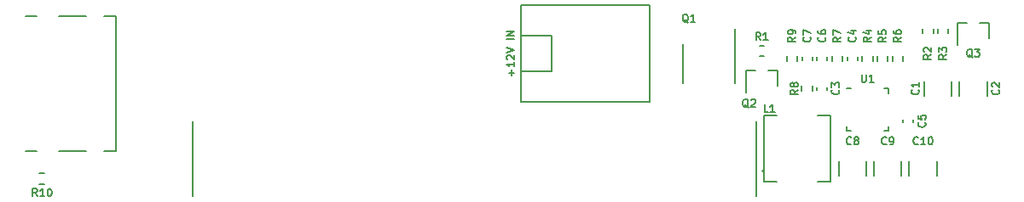
<source format=gbr>
%TF.GenerationSoftware,KiCad,Pcbnew,(5.1.10)-1*%
%TF.CreationDate,2021-08-10T11:15:44+01:00*%
%TF.ProjectId,ocu2pciex8,6f637532-7063-4696-9578-382e6b696361,rev?*%
%TF.SameCoordinates,Original*%
%TF.FileFunction,Legend,Top*%
%TF.FilePolarity,Positive*%
%FSLAX46Y46*%
G04 Gerber Fmt 4.6, Leading zero omitted, Abs format (unit mm)*
G04 Created by KiCad (PCBNEW (5.1.10)-1) date 2021-08-10 11:15:44*
%MOMM*%
%LPD*%
G01*
G04 APERTURE LIST*
%ADD10C,0.150000*%
%ADD11C,0.180000*%
%ADD12C,0.152400*%
G04 APERTURE END LIST*
D10*
%TO.C,J1*%
X91000000Y-55775000D02*
X92160000Y-55775000D01*
X91000000Y-69225000D02*
X92160000Y-69225000D01*
X94360000Y-55775000D02*
X97090000Y-55775000D01*
X94360000Y-69225000D02*
X97090000Y-69225000D01*
X100000000Y-55775000D02*
X98870000Y-55775000D01*
X100000000Y-69225000D02*
X100000000Y-55775000D01*
X98870000Y-69225000D02*
X100000000Y-69225000D01*
D11*
%TO.C,R10*%
X92912258Y-71477500D02*
X92437742Y-71477500D01*
X92912258Y-72522500D02*
X92437742Y-72522500D01*
%TO.C,U1*%
X176285000Y-63015000D02*
X176760000Y-63015000D01*
X176760000Y-63015000D02*
X176760000Y-63490000D01*
X173015000Y-67235000D02*
X172540000Y-67235000D01*
X172540000Y-67235000D02*
X172540000Y-66760000D01*
X176285000Y-67235000D02*
X176760000Y-67235000D01*
X176760000Y-67235000D02*
X176760000Y-66760000D01*
X173015000Y-63015000D02*
X172540000Y-63015000D01*
%TO.C,J3*%
X140250000Y-64300000D02*
X140250000Y-54700000D01*
X153050000Y-64300000D02*
X140250000Y-64300000D01*
X153050000Y-54700000D02*
X153050000Y-64300000D01*
X140250000Y-54700000D02*
X153050000Y-54700000D01*
X143250000Y-57750000D02*
X140250000Y-57750000D01*
X143250000Y-61250000D02*
X143250000Y-57750000D01*
X140250000Y-61250000D02*
X143250000Y-61250000D01*
%TO.C,R9*%
X167672500Y-60237258D02*
X167672500Y-59762742D01*
X166627500Y-60237258D02*
X166627500Y-59762742D01*
%TO.C,R8*%
X169172500Y-63237258D02*
X169172500Y-62762742D01*
X168127500Y-63237258D02*
X168127500Y-62762742D01*
%TO.C,R7*%
X172172500Y-60237258D02*
X172172500Y-59762742D01*
X171127500Y-60237258D02*
X171127500Y-59762742D01*
%TO.C,R6*%
X177127500Y-59762742D02*
X177127500Y-60237258D01*
X178172500Y-59762742D02*
X178172500Y-60237258D01*
%TO.C,R5*%
X176672500Y-60237258D02*
X176672500Y-59762742D01*
X175627500Y-60237258D02*
X175627500Y-59762742D01*
%TO.C,R4*%
X175172500Y-60237258D02*
X175172500Y-59762742D01*
X174127500Y-60237258D02*
X174127500Y-59762742D01*
%TO.C,R3*%
X181627500Y-57012742D02*
X181627500Y-57487258D01*
X182672500Y-57012742D02*
X182672500Y-57487258D01*
%TO.C,R2*%
X181172500Y-57487258D02*
X181172500Y-57012742D01*
X180127500Y-57487258D02*
X180127500Y-57012742D01*
%TO.C,R1*%
X163912742Y-59772500D02*
X164387258Y-59772500D01*
X163912742Y-58727500D02*
X164387258Y-58727500D01*
%TO.C,Q3*%
X186730000Y-56490000D02*
X186730000Y-57950000D01*
X183570000Y-56490000D02*
X183570000Y-58650000D01*
X183570000Y-56490000D02*
X184500000Y-56490000D01*
X186730000Y-56490000D02*
X185800000Y-56490000D01*
%TO.C,Q2*%
X165730000Y-61240000D02*
X165730000Y-62700000D01*
X162570000Y-61240000D02*
X162570000Y-63400000D01*
X162570000Y-61240000D02*
X163500000Y-61240000D01*
X165730000Y-61240000D02*
X164800000Y-61240000D01*
%TO.C,Q1*%
X161460000Y-60500000D02*
X161460000Y-57050000D01*
X161460000Y-60500000D02*
X161460000Y-62450000D01*
X156340000Y-60500000D02*
X156340000Y-58550000D01*
X156340000Y-60500000D02*
X156340000Y-62450000D01*
%TO.C,L1*%
X164375000Y-72275000D02*
X165635500Y-72275000D01*
X164375000Y-65725000D02*
X164375000Y-72275000D01*
X165635500Y-65725000D02*
X164375000Y-65725000D01*
X170925000Y-72275000D02*
X169664500Y-72275000D01*
X170925000Y-65725000D02*
X170925000Y-72275000D01*
X169664500Y-65725000D02*
X170925000Y-65725000D01*
%TO.C,J2*%
X107610000Y-66250000D02*
X107610000Y-73750000D01*
X163610000Y-66250000D02*
X163610000Y-73750000D01*
X164332540Y-71258000D02*
G75*
G03*
X164332540Y-71258000I-73540J0D01*
G01*
%TO.C,C8*%
X174510000Y-71711252D02*
X174510000Y-70288748D01*
X171790000Y-71711252D02*
X171790000Y-70288748D01*
%TO.C,C7*%
X168140000Y-59859420D02*
X168140000Y-60140580D01*
X169160000Y-59859420D02*
X169160000Y-60140580D01*
%TO.C,C10*%
X181510000Y-71711252D02*
X181510000Y-70288748D01*
X178790000Y-71711252D02*
X178790000Y-70288748D01*
%TO.C,C9*%
X178010000Y-71711252D02*
X178010000Y-70288748D01*
X175290000Y-71711252D02*
X175290000Y-70288748D01*
%TO.C,C6*%
X170660000Y-60140580D02*
X170660000Y-59859420D01*
X169640000Y-60140580D02*
X169640000Y-59859420D01*
%TO.C,C5*%
X178140000Y-66109420D02*
X178140000Y-66390580D01*
X179160000Y-66109420D02*
X179160000Y-66390580D01*
%TO.C,C4*%
X173660000Y-60140580D02*
X173660000Y-59859420D01*
X172640000Y-60140580D02*
X172640000Y-59859420D01*
%TO.C,C3*%
X169640000Y-62859420D02*
X169640000Y-63140580D01*
X170660000Y-62859420D02*
X170660000Y-63140580D01*
%TO.C,C2*%
X183790000Y-62288748D02*
X183790000Y-63711252D01*
X186510000Y-62288748D02*
X186510000Y-63711252D01*
%TO.C,C1*%
X180290000Y-62288748D02*
X180290000Y-63711252D01*
X183010000Y-62288748D02*
X183010000Y-63711252D01*
%TO.C,R10*%
D12*
X92185142Y-73744714D02*
X91931142Y-73381857D01*
X91749714Y-73744714D02*
X91749714Y-72982714D01*
X92040000Y-72982714D01*
X92112571Y-73019000D01*
X92148857Y-73055285D01*
X92185142Y-73127857D01*
X92185142Y-73236714D01*
X92148857Y-73309285D01*
X92112571Y-73345571D01*
X92040000Y-73381857D01*
X91749714Y-73381857D01*
X92910857Y-73744714D02*
X92475428Y-73744714D01*
X92693142Y-73744714D02*
X92693142Y-72982714D01*
X92620571Y-73091571D01*
X92548000Y-73164142D01*
X92475428Y-73200428D01*
X93382571Y-72982714D02*
X93455142Y-72982714D01*
X93527714Y-73019000D01*
X93564000Y-73055285D01*
X93600285Y-73127857D01*
X93636571Y-73273000D01*
X93636571Y-73454428D01*
X93600285Y-73599571D01*
X93564000Y-73672142D01*
X93527714Y-73708428D01*
X93455142Y-73744714D01*
X93382571Y-73744714D01*
X93310000Y-73708428D01*
X93273714Y-73672142D01*
X93237428Y-73599571D01*
X93201142Y-73454428D01*
X93201142Y-73273000D01*
X93237428Y-73127857D01*
X93273714Y-73055285D01*
X93310000Y-73019000D01*
X93382571Y-72982714D01*
%TO.C,U1*%
X174069428Y-61582714D02*
X174069428Y-62199571D01*
X174105714Y-62272142D01*
X174142000Y-62308428D01*
X174214571Y-62344714D01*
X174359714Y-62344714D01*
X174432285Y-62308428D01*
X174468571Y-62272142D01*
X174504857Y-62199571D01*
X174504857Y-61582714D01*
X175266857Y-62344714D02*
X174831428Y-62344714D01*
X175049142Y-62344714D02*
X175049142Y-61582714D01*
X174976571Y-61691571D01*
X174904000Y-61764142D01*
X174831428Y-61800428D01*
%TO.C,J3*%
X139304428Y-61713428D02*
X139304428Y-61132857D01*
X139594714Y-61423142D02*
X139014142Y-61423142D01*
X139594714Y-60370857D02*
X139594714Y-60806285D01*
X139594714Y-60588571D02*
X138832714Y-60588571D01*
X138941571Y-60661142D01*
X139014142Y-60733714D01*
X139050428Y-60806285D01*
X138905285Y-60080571D02*
X138869000Y-60044285D01*
X138832714Y-59971714D01*
X138832714Y-59790285D01*
X138869000Y-59717714D01*
X138905285Y-59681428D01*
X138977857Y-59645142D01*
X139050428Y-59645142D01*
X139159285Y-59681428D01*
X139594714Y-60116857D01*
X139594714Y-59645142D01*
X138832714Y-59427428D02*
X139594714Y-59173428D01*
X138832714Y-58919428D01*
X139594714Y-58084857D02*
X138832714Y-58084857D01*
X139594714Y-57722000D02*
X138832714Y-57722000D01*
X139594714Y-57286571D01*
X138832714Y-57286571D01*
%TO.C,R9*%
X167494714Y-57877000D02*
X167131857Y-58131000D01*
X167494714Y-58312428D02*
X166732714Y-58312428D01*
X166732714Y-58022142D01*
X166769000Y-57949571D01*
X166805285Y-57913285D01*
X166877857Y-57877000D01*
X166986714Y-57877000D01*
X167059285Y-57913285D01*
X167095571Y-57949571D01*
X167131857Y-58022142D01*
X167131857Y-58312428D01*
X167494714Y-57514142D02*
X167494714Y-57369000D01*
X167458428Y-57296428D01*
X167422142Y-57260142D01*
X167313285Y-57187571D01*
X167168142Y-57151285D01*
X166877857Y-57151285D01*
X166805285Y-57187571D01*
X166769000Y-57223857D01*
X166732714Y-57296428D01*
X166732714Y-57441571D01*
X166769000Y-57514142D01*
X166805285Y-57550428D01*
X166877857Y-57586714D01*
X167059285Y-57586714D01*
X167131857Y-57550428D01*
X167168142Y-57514142D01*
X167204428Y-57441571D01*
X167204428Y-57296428D01*
X167168142Y-57223857D01*
X167131857Y-57187571D01*
X167059285Y-57151285D01*
%TO.C,R8*%
X167744714Y-63127000D02*
X167381857Y-63381000D01*
X167744714Y-63562428D02*
X166982714Y-63562428D01*
X166982714Y-63272142D01*
X167019000Y-63199571D01*
X167055285Y-63163285D01*
X167127857Y-63127000D01*
X167236714Y-63127000D01*
X167309285Y-63163285D01*
X167345571Y-63199571D01*
X167381857Y-63272142D01*
X167381857Y-63562428D01*
X167309285Y-62691571D02*
X167273000Y-62764142D01*
X167236714Y-62800428D01*
X167164142Y-62836714D01*
X167127857Y-62836714D01*
X167055285Y-62800428D01*
X167019000Y-62764142D01*
X166982714Y-62691571D01*
X166982714Y-62546428D01*
X167019000Y-62473857D01*
X167055285Y-62437571D01*
X167127857Y-62401285D01*
X167164142Y-62401285D01*
X167236714Y-62437571D01*
X167273000Y-62473857D01*
X167309285Y-62546428D01*
X167309285Y-62691571D01*
X167345571Y-62764142D01*
X167381857Y-62800428D01*
X167454428Y-62836714D01*
X167599571Y-62836714D01*
X167672142Y-62800428D01*
X167708428Y-62764142D01*
X167744714Y-62691571D01*
X167744714Y-62546428D01*
X167708428Y-62473857D01*
X167672142Y-62437571D01*
X167599571Y-62401285D01*
X167454428Y-62401285D01*
X167381857Y-62437571D01*
X167345571Y-62473857D01*
X167309285Y-62546428D01*
%TO.C,R7*%
X171994714Y-57877000D02*
X171631857Y-58131000D01*
X171994714Y-58312428D02*
X171232714Y-58312428D01*
X171232714Y-58022142D01*
X171269000Y-57949571D01*
X171305285Y-57913285D01*
X171377857Y-57877000D01*
X171486714Y-57877000D01*
X171559285Y-57913285D01*
X171595571Y-57949571D01*
X171631857Y-58022142D01*
X171631857Y-58312428D01*
X171232714Y-57623000D02*
X171232714Y-57115000D01*
X171994714Y-57441571D01*
%TO.C,R6*%
X177994714Y-57877000D02*
X177631857Y-58131000D01*
X177994714Y-58312428D02*
X177232714Y-58312428D01*
X177232714Y-58022142D01*
X177269000Y-57949571D01*
X177305285Y-57913285D01*
X177377857Y-57877000D01*
X177486714Y-57877000D01*
X177559285Y-57913285D01*
X177595571Y-57949571D01*
X177631857Y-58022142D01*
X177631857Y-58312428D01*
X177232714Y-57223857D02*
X177232714Y-57369000D01*
X177269000Y-57441571D01*
X177305285Y-57477857D01*
X177414142Y-57550428D01*
X177559285Y-57586714D01*
X177849571Y-57586714D01*
X177922142Y-57550428D01*
X177958428Y-57514142D01*
X177994714Y-57441571D01*
X177994714Y-57296428D01*
X177958428Y-57223857D01*
X177922142Y-57187571D01*
X177849571Y-57151285D01*
X177668142Y-57151285D01*
X177595571Y-57187571D01*
X177559285Y-57223857D01*
X177523000Y-57296428D01*
X177523000Y-57441571D01*
X177559285Y-57514142D01*
X177595571Y-57550428D01*
X177668142Y-57586714D01*
%TO.C,R5*%
X176494714Y-57877000D02*
X176131857Y-58131000D01*
X176494714Y-58312428D02*
X175732714Y-58312428D01*
X175732714Y-58022142D01*
X175769000Y-57949571D01*
X175805285Y-57913285D01*
X175877857Y-57877000D01*
X175986714Y-57877000D01*
X176059285Y-57913285D01*
X176095571Y-57949571D01*
X176131857Y-58022142D01*
X176131857Y-58312428D01*
X175732714Y-57187571D02*
X175732714Y-57550428D01*
X176095571Y-57586714D01*
X176059285Y-57550428D01*
X176023000Y-57477857D01*
X176023000Y-57296428D01*
X176059285Y-57223857D01*
X176095571Y-57187571D01*
X176168142Y-57151285D01*
X176349571Y-57151285D01*
X176422142Y-57187571D01*
X176458428Y-57223857D01*
X176494714Y-57296428D01*
X176494714Y-57477857D01*
X176458428Y-57550428D01*
X176422142Y-57586714D01*
%TO.C,R4*%
X174994714Y-57877000D02*
X174631857Y-58131000D01*
X174994714Y-58312428D02*
X174232714Y-58312428D01*
X174232714Y-58022142D01*
X174269000Y-57949571D01*
X174305285Y-57913285D01*
X174377857Y-57877000D01*
X174486714Y-57877000D01*
X174559285Y-57913285D01*
X174595571Y-57949571D01*
X174631857Y-58022142D01*
X174631857Y-58312428D01*
X174486714Y-57223857D02*
X174994714Y-57223857D01*
X174196428Y-57405285D02*
X174740714Y-57586714D01*
X174740714Y-57115000D01*
%TO.C,R3*%
X182494714Y-59627000D02*
X182131857Y-59881000D01*
X182494714Y-60062428D02*
X181732714Y-60062428D01*
X181732714Y-59772142D01*
X181769000Y-59699571D01*
X181805285Y-59663285D01*
X181877857Y-59627000D01*
X181986714Y-59627000D01*
X182059285Y-59663285D01*
X182095571Y-59699571D01*
X182131857Y-59772142D01*
X182131857Y-60062428D01*
X181732714Y-59373000D02*
X181732714Y-58901285D01*
X182023000Y-59155285D01*
X182023000Y-59046428D01*
X182059285Y-58973857D01*
X182095571Y-58937571D01*
X182168142Y-58901285D01*
X182349571Y-58901285D01*
X182422142Y-58937571D01*
X182458428Y-58973857D01*
X182494714Y-59046428D01*
X182494714Y-59264142D01*
X182458428Y-59336714D01*
X182422142Y-59373000D01*
%TO.C,R2*%
X180994714Y-59627000D02*
X180631857Y-59881000D01*
X180994714Y-60062428D02*
X180232714Y-60062428D01*
X180232714Y-59772142D01*
X180269000Y-59699571D01*
X180305285Y-59663285D01*
X180377857Y-59627000D01*
X180486714Y-59627000D01*
X180559285Y-59663285D01*
X180595571Y-59699571D01*
X180631857Y-59772142D01*
X180631857Y-60062428D01*
X180305285Y-59336714D02*
X180269000Y-59300428D01*
X180232714Y-59227857D01*
X180232714Y-59046428D01*
X180269000Y-58973857D01*
X180305285Y-58937571D01*
X180377857Y-58901285D01*
X180450428Y-58901285D01*
X180559285Y-58937571D01*
X180994714Y-59373000D01*
X180994714Y-58901285D01*
%TO.C,R1*%
X164023000Y-58164714D02*
X163769000Y-57801857D01*
X163587571Y-58164714D02*
X163587571Y-57402714D01*
X163877857Y-57402714D01*
X163950428Y-57439000D01*
X163986714Y-57475285D01*
X164023000Y-57547857D01*
X164023000Y-57656714D01*
X163986714Y-57729285D01*
X163950428Y-57765571D01*
X163877857Y-57801857D01*
X163587571Y-57801857D01*
X164748714Y-58164714D02*
X164313285Y-58164714D01*
X164531000Y-58164714D02*
X164531000Y-57402714D01*
X164458428Y-57511571D01*
X164385857Y-57584142D01*
X164313285Y-57620428D01*
%TO.C,Q3*%
X185077428Y-59917285D02*
X185004857Y-59881000D01*
X184932285Y-59808428D01*
X184823428Y-59699571D01*
X184750857Y-59663285D01*
X184678285Y-59663285D01*
X184714571Y-59844714D02*
X184642000Y-59808428D01*
X184569428Y-59735857D01*
X184533142Y-59590714D01*
X184533142Y-59336714D01*
X184569428Y-59191571D01*
X184642000Y-59119000D01*
X184714571Y-59082714D01*
X184859714Y-59082714D01*
X184932285Y-59119000D01*
X185004857Y-59191571D01*
X185041142Y-59336714D01*
X185041142Y-59590714D01*
X185004857Y-59735857D01*
X184932285Y-59808428D01*
X184859714Y-59844714D01*
X184714571Y-59844714D01*
X185295142Y-59082714D02*
X185766857Y-59082714D01*
X185512857Y-59373000D01*
X185621714Y-59373000D01*
X185694285Y-59409285D01*
X185730571Y-59445571D01*
X185766857Y-59518142D01*
X185766857Y-59699571D01*
X185730571Y-59772142D01*
X185694285Y-59808428D01*
X185621714Y-59844714D01*
X185404000Y-59844714D01*
X185331428Y-59808428D01*
X185295142Y-59772142D01*
%TO.C,Q2*%
X162827428Y-64917285D02*
X162754857Y-64881000D01*
X162682285Y-64808428D01*
X162573428Y-64699571D01*
X162500857Y-64663285D01*
X162428285Y-64663285D01*
X162464571Y-64844714D02*
X162392000Y-64808428D01*
X162319428Y-64735857D01*
X162283142Y-64590714D01*
X162283142Y-64336714D01*
X162319428Y-64191571D01*
X162392000Y-64119000D01*
X162464571Y-64082714D01*
X162609714Y-64082714D01*
X162682285Y-64119000D01*
X162754857Y-64191571D01*
X162791142Y-64336714D01*
X162791142Y-64590714D01*
X162754857Y-64735857D01*
X162682285Y-64808428D01*
X162609714Y-64844714D01*
X162464571Y-64844714D01*
X163081428Y-64155285D02*
X163117714Y-64119000D01*
X163190285Y-64082714D01*
X163371714Y-64082714D01*
X163444285Y-64119000D01*
X163480571Y-64155285D01*
X163516857Y-64227857D01*
X163516857Y-64300428D01*
X163480571Y-64409285D01*
X163045142Y-64844714D01*
X163516857Y-64844714D01*
%TO.C,Q1*%
X156827428Y-56417285D02*
X156754857Y-56381000D01*
X156682285Y-56308428D01*
X156573428Y-56199571D01*
X156500857Y-56163285D01*
X156428285Y-56163285D01*
X156464571Y-56344714D02*
X156392000Y-56308428D01*
X156319428Y-56235857D01*
X156283142Y-56090714D01*
X156283142Y-55836714D01*
X156319428Y-55691571D01*
X156392000Y-55619000D01*
X156464571Y-55582714D01*
X156609714Y-55582714D01*
X156682285Y-55619000D01*
X156754857Y-55691571D01*
X156791142Y-55836714D01*
X156791142Y-56090714D01*
X156754857Y-56235857D01*
X156682285Y-56308428D01*
X156609714Y-56344714D01*
X156464571Y-56344714D01*
X157516857Y-56344714D02*
X157081428Y-56344714D01*
X157299142Y-56344714D02*
X157299142Y-55582714D01*
X157226571Y-55691571D01*
X157154000Y-55764142D01*
X157081428Y-55800428D01*
%TO.C,L1*%
X164773000Y-65344714D02*
X164410142Y-65344714D01*
X164410142Y-64582714D01*
X165426142Y-65344714D02*
X164990714Y-65344714D01*
X165208428Y-65344714D02*
X165208428Y-64582714D01*
X165135857Y-64691571D01*
X165063285Y-64764142D01*
X164990714Y-64800428D01*
%TO.C,C8*%
X173023000Y-68522142D02*
X172986714Y-68558428D01*
X172877857Y-68594714D01*
X172805285Y-68594714D01*
X172696428Y-68558428D01*
X172623857Y-68485857D01*
X172587571Y-68413285D01*
X172551285Y-68268142D01*
X172551285Y-68159285D01*
X172587571Y-68014142D01*
X172623857Y-67941571D01*
X172696428Y-67869000D01*
X172805285Y-67832714D01*
X172877857Y-67832714D01*
X172986714Y-67869000D01*
X173023000Y-67905285D01*
X173458428Y-68159285D02*
X173385857Y-68123000D01*
X173349571Y-68086714D01*
X173313285Y-68014142D01*
X173313285Y-67977857D01*
X173349571Y-67905285D01*
X173385857Y-67869000D01*
X173458428Y-67832714D01*
X173603571Y-67832714D01*
X173676142Y-67869000D01*
X173712428Y-67905285D01*
X173748714Y-67977857D01*
X173748714Y-68014142D01*
X173712428Y-68086714D01*
X173676142Y-68123000D01*
X173603571Y-68159285D01*
X173458428Y-68159285D01*
X173385857Y-68195571D01*
X173349571Y-68231857D01*
X173313285Y-68304428D01*
X173313285Y-68449571D01*
X173349571Y-68522142D01*
X173385857Y-68558428D01*
X173458428Y-68594714D01*
X173603571Y-68594714D01*
X173676142Y-68558428D01*
X173712428Y-68522142D01*
X173748714Y-68449571D01*
X173748714Y-68304428D01*
X173712428Y-68231857D01*
X173676142Y-68195571D01*
X173603571Y-68159285D01*
%TO.C,C7*%
X168922142Y-57877000D02*
X168958428Y-57913285D01*
X168994714Y-58022142D01*
X168994714Y-58094714D01*
X168958428Y-58203571D01*
X168885857Y-58276142D01*
X168813285Y-58312428D01*
X168668142Y-58348714D01*
X168559285Y-58348714D01*
X168414142Y-58312428D01*
X168341571Y-58276142D01*
X168269000Y-58203571D01*
X168232714Y-58094714D01*
X168232714Y-58022142D01*
X168269000Y-57913285D01*
X168305285Y-57877000D01*
X168232714Y-57623000D02*
X168232714Y-57115000D01*
X168994714Y-57441571D01*
%TO.C,C10*%
X179660142Y-68522142D02*
X179623857Y-68558428D01*
X179515000Y-68594714D01*
X179442428Y-68594714D01*
X179333571Y-68558428D01*
X179261000Y-68485857D01*
X179224714Y-68413285D01*
X179188428Y-68268142D01*
X179188428Y-68159285D01*
X179224714Y-68014142D01*
X179261000Y-67941571D01*
X179333571Y-67869000D01*
X179442428Y-67832714D01*
X179515000Y-67832714D01*
X179623857Y-67869000D01*
X179660142Y-67905285D01*
X180385857Y-68594714D02*
X179950428Y-68594714D01*
X180168142Y-68594714D02*
X180168142Y-67832714D01*
X180095571Y-67941571D01*
X180023000Y-68014142D01*
X179950428Y-68050428D01*
X180857571Y-67832714D02*
X180930142Y-67832714D01*
X181002714Y-67869000D01*
X181039000Y-67905285D01*
X181075285Y-67977857D01*
X181111571Y-68123000D01*
X181111571Y-68304428D01*
X181075285Y-68449571D01*
X181039000Y-68522142D01*
X181002714Y-68558428D01*
X180930142Y-68594714D01*
X180857571Y-68594714D01*
X180785000Y-68558428D01*
X180748714Y-68522142D01*
X180712428Y-68449571D01*
X180676142Y-68304428D01*
X180676142Y-68123000D01*
X180712428Y-67977857D01*
X180748714Y-67905285D01*
X180785000Y-67869000D01*
X180857571Y-67832714D01*
%TO.C,C9*%
X176523000Y-68522142D02*
X176486714Y-68558428D01*
X176377857Y-68594714D01*
X176305285Y-68594714D01*
X176196428Y-68558428D01*
X176123857Y-68485857D01*
X176087571Y-68413285D01*
X176051285Y-68268142D01*
X176051285Y-68159285D01*
X176087571Y-68014142D01*
X176123857Y-67941571D01*
X176196428Y-67869000D01*
X176305285Y-67832714D01*
X176377857Y-67832714D01*
X176486714Y-67869000D01*
X176523000Y-67905285D01*
X176885857Y-68594714D02*
X177031000Y-68594714D01*
X177103571Y-68558428D01*
X177139857Y-68522142D01*
X177212428Y-68413285D01*
X177248714Y-68268142D01*
X177248714Y-67977857D01*
X177212428Y-67905285D01*
X177176142Y-67869000D01*
X177103571Y-67832714D01*
X176958428Y-67832714D01*
X176885857Y-67869000D01*
X176849571Y-67905285D01*
X176813285Y-67977857D01*
X176813285Y-68159285D01*
X176849571Y-68231857D01*
X176885857Y-68268142D01*
X176958428Y-68304428D01*
X177103571Y-68304428D01*
X177176142Y-68268142D01*
X177212428Y-68231857D01*
X177248714Y-68159285D01*
%TO.C,C6*%
X170422142Y-57877000D02*
X170458428Y-57913285D01*
X170494714Y-58022142D01*
X170494714Y-58094714D01*
X170458428Y-58203571D01*
X170385857Y-58276142D01*
X170313285Y-58312428D01*
X170168142Y-58348714D01*
X170059285Y-58348714D01*
X169914142Y-58312428D01*
X169841571Y-58276142D01*
X169769000Y-58203571D01*
X169732714Y-58094714D01*
X169732714Y-58022142D01*
X169769000Y-57913285D01*
X169805285Y-57877000D01*
X169732714Y-57223857D02*
X169732714Y-57369000D01*
X169769000Y-57441571D01*
X169805285Y-57477857D01*
X169914142Y-57550428D01*
X170059285Y-57586714D01*
X170349571Y-57586714D01*
X170422142Y-57550428D01*
X170458428Y-57514142D01*
X170494714Y-57441571D01*
X170494714Y-57296428D01*
X170458428Y-57223857D01*
X170422142Y-57187571D01*
X170349571Y-57151285D01*
X170168142Y-57151285D01*
X170095571Y-57187571D01*
X170059285Y-57223857D01*
X170023000Y-57296428D01*
X170023000Y-57441571D01*
X170059285Y-57514142D01*
X170095571Y-57550428D01*
X170168142Y-57586714D01*
%TO.C,C5*%
X180352142Y-66377000D02*
X180388428Y-66413285D01*
X180424714Y-66522142D01*
X180424714Y-66594714D01*
X180388428Y-66703571D01*
X180315857Y-66776142D01*
X180243285Y-66812428D01*
X180098142Y-66848714D01*
X179989285Y-66848714D01*
X179844142Y-66812428D01*
X179771571Y-66776142D01*
X179699000Y-66703571D01*
X179662714Y-66594714D01*
X179662714Y-66522142D01*
X179699000Y-66413285D01*
X179735285Y-66377000D01*
X179662714Y-65687571D02*
X179662714Y-66050428D01*
X180025571Y-66086714D01*
X179989285Y-66050428D01*
X179953000Y-65977857D01*
X179953000Y-65796428D01*
X179989285Y-65723857D01*
X180025571Y-65687571D01*
X180098142Y-65651285D01*
X180279571Y-65651285D01*
X180352142Y-65687571D01*
X180388428Y-65723857D01*
X180424714Y-65796428D01*
X180424714Y-65977857D01*
X180388428Y-66050428D01*
X180352142Y-66086714D01*
%TO.C,C4*%
X173422142Y-57877000D02*
X173458428Y-57913285D01*
X173494714Y-58022142D01*
X173494714Y-58094714D01*
X173458428Y-58203571D01*
X173385857Y-58276142D01*
X173313285Y-58312428D01*
X173168142Y-58348714D01*
X173059285Y-58348714D01*
X172914142Y-58312428D01*
X172841571Y-58276142D01*
X172769000Y-58203571D01*
X172732714Y-58094714D01*
X172732714Y-58022142D01*
X172769000Y-57913285D01*
X172805285Y-57877000D01*
X172986714Y-57223857D02*
X173494714Y-57223857D01*
X172696428Y-57405285D02*
X173240714Y-57586714D01*
X173240714Y-57115000D01*
%TO.C,C3*%
X171772142Y-63127000D02*
X171808428Y-63163285D01*
X171844714Y-63272142D01*
X171844714Y-63344714D01*
X171808428Y-63453571D01*
X171735857Y-63526142D01*
X171663285Y-63562428D01*
X171518142Y-63598714D01*
X171409285Y-63598714D01*
X171264142Y-63562428D01*
X171191571Y-63526142D01*
X171119000Y-63453571D01*
X171082714Y-63344714D01*
X171082714Y-63272142D01*
X171119000Y-63163285D01*
X171155285Y-63127000D01*
X171082714Y-62873000D02*
X171082714Y-62401285D01*
X171373000Y-62655285D01*
X171373000Y-62546428D01*
X171409285Y-62473857D01*
X171445571Y-62437571D01*
X171518142Y-62401285D01*
X171699571Y-62401285D01*
X171772142Y-62437571D01*
X171808428Y-62473857D01*
X171844714Y-62546428D01*
X171844714Y-62764142D01*
X171808428Y-62836714D01*
X171772142Y-62873000D01*
%TO.C,C2*%
X187672142Y-63127000D02*
X187708428Y-63163285D01*
X187744714Y-63272142D01*
X187744714Y-63344714D01*
X187708428Y-63453571D01*
X187635857Y-63526142D01*
X187563285Y-63562428D01*
X187418142Y-63598714D01*
X187309285Y-63598714D01*
X187164142Y-63562428D01*
X187091571Y-63526142D01*
X187019000Y-63453571D01*
X186982714Y-63344714D01*
X186982714Y-63272142D01*
X187019000Y-63163285D01*
X187055285Y-63127000D01*
X187055285Y-62836714D02*
X187019000Y-62800428D01*
X186982714Y-62727857D01*
X186982714Y-62546428D01*
X187019000Y-62473857D01*
X187055285Y-62437571D01*
X187127857Y-62401285D01*
X187200428Y-62401285D01*
X187309285Y-62437571D01*
X187744714Y-62873000D01*
X187744714Y-62401285D01*
%TO.C,C1*%
X179672142Y-63127000D02*
X179708428Y-63163285D01*
X179744714Y-63272142D01*
X179744714Y-63344714D01*
X179708428Y-63453571D01*
X179635857Y-63526142D01*
X179563285Y-63562428D01*
X179418142Y-63598714D01*
X179309285Y-63598714D01*
X179164142Y-63562428D01*
X179091571Y-63526142D01*
X179019000Y-63453571D01*
X178982714Y-63344714D01*
X178982714Y-63272142D01*
X179019000Y-63163285D01*
X179055285Y-63127000D01*
X179744714Y-62401285D02*
X179744714Y-62836714D01*
X179744714Y-62619000D02*
X178982714Y-62619000D01*
X179091571Y-62691571D01*
X179164142Y-62764142D01*
X179200428Y-62836714D01*
%TD*%
M02*

</source>
